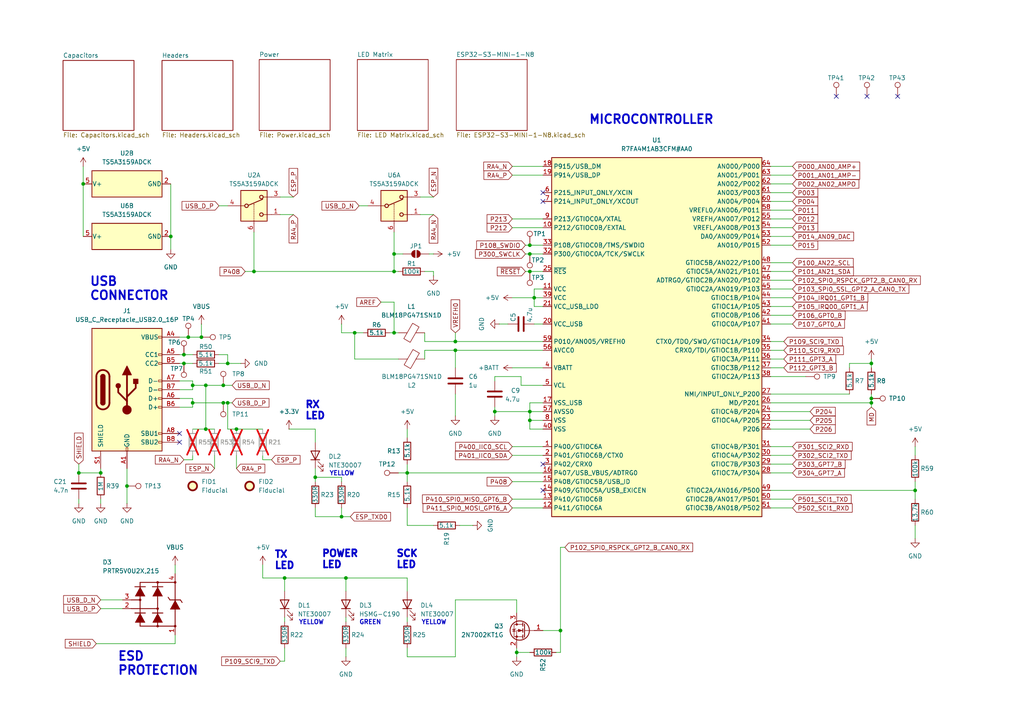
<source format=kicad_sch>
(kicad_sch (version 20231120) (generator "eeschema") (generator_version "8.0")
  (paper "A4")
  (title_block (title "Arduino UNO R4 WiFi") (date "2024-05-14") (rev "1") (company "Carlos Sabogal"))
  (junction (at 143.51 119.38))
  (junction (at 53.34 105.41))
  (junction (at 154.94 86.36))
  (junction (at 265.43 142.24))
  (junction (at 132.08 99.06))
  (junction (at 22.86 137.16))
  (junction (at 91.44 138.43))
  (junction (at 55.88 116.84))
  (junction (at 24.13 53.34))
  (junction (at 58.42 97.79))
  (junction (at 53.34 102.87))
  (junction (at 153.67 121.92))
  (junction (at 99.06 149.86))
  (junction (at 153.67 78.74))
  (junction (at 153.67 73.66))
  (junction (at 118.11 137.16))
  (junction (at 59.69 111.76))
  (junction (at 73.66 78.74))
  (junction (at 252.73 116.84))
  (junction (at 68.58 124.46))
  (junction (at 59.69 124.46))
  (junction (at 149.86 189.23))
  (junction (at 100.33 167.64))
  (junction (at 64.77 111.76))
  (junction (at 153.67 119.38))
  (junction (at 162.56 182.88))
  (junction (at 55.88 111.76))
  (junction (at 252.73 115.57))
  (junction (at 54.61 97.79))
  (junction (at 49.53 68.58))
  (junction (at 153.67 71.12))
  (junction (at 64.77 116.84))
  (junction (at 252.73 105.41))
  (junction (at 29.21 137.16))
  (junction (at 36.83 140.97))
  (junction (at 66.04 105.41))
  (junction (at 114.3 78.74))
  (junction (at 132.08 101.6))
  (junction (at 114.3 96.52))
  (junction (at 102.87 96.52))
  (junction (at 82.55 167.64))
  (junction (at 66.04 116.84))
  (junction (at 114.3 73.66))
  (no_connect (at 260.35 27.94))
  (no_connect (at 157.48 58.42))
  (no_connect (at 52.07 125.73))
  (no_connect (at 52.07 128.27))
  (no_connect (at 242.57 27.94))
  (no_connect (at 157.48 55.88))
  (no_connect (at 157.48 142.24))
  (no_connect (at 157.48 134.62))
  (no_connect (at 251.46 27.94))
  (wire (pts (xy 143.51 120.65) (xy 143.51 119.38)))
  (wire (pts (xy 123.19 96.52) (xy 123.19 99.06)))
  (wire (pts (xy 68.58 135.89) (xy 68.58 132.08)))
  (wire (pts (xy 223.52 86.36) (xy 229.87 86.36)))
  (wire (pts (xy 55.88 118.11) (xy 52.07 118.11)))
  (wire (pts (xy 73.66 78.74) (xy 114.3 78.74)))
  (wire (pts (xy 252.73 104.14) (xy 252.73 105.41)))
  (wire (pts (xy 223.52 129.54) (xy 229.87 129.54)))
  (wire (pts (xy 99.06 139.7) (xy 99.06 138.43)))
  (wire (pts (xy 118.11 152.4) (xy 118.11 147.32)))
  (wire (pts (xy 118.11 171.45) (xy 118.11 167.64)))
  (wire (pts (xy 29.21 146.05) (xy 29.21 144.78)))
  (wire (pts (xy 123.19 99.06) (xy 132.08 99.06)))
  (wire (pts (xy 54.61 97.79) (xy 52.07 97.79)))
  (wire (pts (xy 123.19 101.6) (xy 123.19 104.14)))
  (wire (pts (xy 49.53 68.58) (xy 49.53 72.39)))
  (wire (pts (xy 157.48 86.36) (xy 154.94 86.36)))
  (wire (pts (xy 227.33 99.06) (xy 223.52 99.06)))
  (wire (pts (xy 223.52 93.98) (xy 229.87 93.98)))
  (wire (pts (xy 91.44 124.46) (xy 91.44 128.27)))
  (wire (pts (xy 223.52 63.5) (xy 229.87 63.5)))
  (wire (pts (xy 157.48 147.32) (xy 148.59 147.32)))
  (wire (pts (xy 265.43 142.24) (xy 265.43 144.78)))
  (wire (pts (xy 85.09 57.15) (xy 81.28 57.15)))
  (wire (pts (xy 100.33 167.64) (xy 100.33 171.45)))
  (wire (pts (xy 55.88 115.57) (xy 55.88 116.84)))
  (wire (pts (xy 99.06 138.43) (xy 91.44 138.43)))
  (wire (pts (xy 27.94 186.69) (xy 50.8 186.69)))
  (wire (pts (xy 157.48 66.04) (xy 148.59 66.04)))
  (wire (pts (xy 153.67 78.74) (xy 157.48 78.74)))
  (wire (pts (xy 91.44 138.43) (xy 91.44 135.89)))
  (wire (pts (xy 223.52 68.58) (xy 229.87 68.58)))
  (wire (pts (xy 132.08 99.06) (xy 157.48 99.06)))
  (wire (pts (xy 223.52 132.08) (xy 229.87 132.08)))
  (wire (pts (xy 148.59 50.8) (xy 157.48 50.8)))
  (wire (pts (xy 223.52 88.9) (xy 229.87 88.9)))
  (wire (pts (xy 157.48 88.9) (xy 154.94 88.9)))
  (wire (pts (xy 153.67 121.92) (xy 153.67 119.38)))
  (wire (pts (xy 82.55 167.64) (xy 82.55 171.45)))
  (wire (pts (xy 223.52 134.62) (xy 229.87 134.62)))
  (wire (pts (xy 157.48 63.5) (xy 148.59 63.5)))
  (wire (pts (xy 223.52 53.34) (xy 229.87 53.34)))
  (wire (pts (xy 91.44 139.7) (xy 91.44 138.43)))
  (wire (pts (xy 29.21 176.53) (xy 35.56 176.53)))
  (wire (pts (xy 64.77 116.84) (xy 66.04 116.84)))
  (wire (pts (xy 55.88 132.08) (xy 55.88 133.35)))
  (wire (pts (xy 115.57 137.16) (xy 118.11 137.16)))
  (wire (pts (xy 223.52 142.24) (xy 265.43 142.24)))
  (wire (pts (xy 154.94 88.9) (xy 154.94 86.36)))
  (wire (pts (xy 114.3 67.31) (xy 114.3 73.66)))
  (wire (pts (xy 223.52 71.12) (xy 229.87 71.12)))
  (wire (pts (xy 233.68 109.22) (xy 223.52 109.22)))
  (wire (pts (xy 149.86 177.8) (xy 149.86 173.99)))
  (wire (pts (xy 101.6 149.86) (xy 99.06 149.86)))
  (wire (pts (xy 265.43 152.4) (xy 265.43 156.21)))
  (wire (pts (xy 157.48 144.78) (xy 148.59 144.78)))
  (wire (pts (xy 118.11 187.96) (xy 118.11 190.5)))
  (wire (pts (xy 62.23 132.08) (xy 62.23 135.89)))
  (wire (pts (xy 223.52 83.82) (xy 229.87 83.82)))
  (wire (pts (xy 252.73 118.11) (xy 252.73 116.84)))
  (wire (pts (xy 82.55 191.77) (xy 82.55 187.96)))
  (wire (pts (xy 100.33 167.64) (xy 82.55 167.64)))
  (wire (pts (xy 227.33 106.68) (xy 223.52 106.68)))
  (wire (pts (xy 66.04 116.84) (xy 67.31 116.84)))
  (wire (pts (xy 252.73 114.3) (xy 252.73 115.57)))
  (wire (pts (xy 223.52 76.2) (xy 229.87 76.2)))
  (wire (pts (xy 148.59 106.68) (xy 157.48 106.68)))
  (wire (pts (xy 223.52 55.88) (xy 229.87 55.88)))
  (wire (pts (xy 163.83 158.75) (xy 162.56 158.75)))
  (wire (pts (xy 55.88 110.49) (xy 55.88 111.76)))
  (wire (pts (xy 157.48 111.76) (xy 151.13 111.76)))
  (wire (pts (xy 132.08 96.52) (xy 132.08 99.06)))
  (wire (pts (xy 223.52 124.46) (xy 234.95 124.46)))
  (wire (pts (xy 115.57 104.14) (xy 102.87 104.14)))
  (wire (pts (xy 223.52 116.84) (xy 252.73 116.84)))
  (wire (pts (xy 252.73 105.41) (xy 252.73 106.68)))
  (wire (pts (xy 24.13 48.26) (xy 24.13 53.34)))
  (wire (pts (xy 55.88 116.84) (xy 64.77 116.84)))
  (wire (pts (xy 223.52 78.74) (xy 229.87 78.74)))
  (wire (pts (xy 157.48 132.08) (xy 148.59 132.08)))
  (wire (pts (xy 52.07 110.49) (xy 55.88 110.49)))
  (wire (pts (xy 29.21 137.16) (xy 29.21 135.89)))
  (wire (pts (xy 113.03 96.52) (xy 114.3 96.52)))
  (wire (pts (xy 58.42 93.98) (xy 58.42 97.79)))
  (wire (pts (xy 152.4 73.66) (xy 153.67 73.66)))
  (wire (pts (xy 143.51 119.38) (xy 143.51 118.11)))
  (wire (pts (xy 152.4 71.12) (xy 153.67 71.12)))
  (wire (pts (xy 162.56 189.23) (xy 162.56 182.88)))
  (wire (pts (xy 53.34 105.41) (xy 52.07 105.41)))
  (wire (pts (xy 59.69 124.46) (xy 62.23 124.46)))
  (wire (pts (xy 148.59 48.26) (xy 157.48 48.26)))
  (wire (pts (xy 55.88 113.03) (xy 52.07 113.03)))
  (wire (pts (xy 81.28 191.77) (xy 82.55 191.77)))
  (wire (pts (xy 71.12 78.74) (xy 73.66 78.74)))
  (wire (pts (xy 114.3 87.63) (xy 114.3 96.52)))
  (wire (pts (xy 223.52 119.38) (xy 234.95 119.38)))
  (wire (pts (xy 132.08 120.65) (xy 132.08 114.3)))
  (wire (pts (xy 144.78 93.98) (xy 147.32 93.98)))
  (wire (pts (xy 149.86 173.99) (xy 132.08 173.99)))
  (wire (pts (xy 153.67 124.46) (xy 153.67 121.92)))
  (wire (pts (xy 66.04 105.41) (xy 63.5 105.41)))
  (wire (pts (xy 223.52 144.78) (xy 229.87 144.78)))
  (wire (pts (xy 153.67 116.84) (xy 157.48 116.84)))
  (wire (pts (xy 132.08 106.68) (xy 132.08 101.6)))
  (wire (pts (xy 118.11 137.16) (xy 157.48 137.16)))
  (wire (pts (xy 114.3 78.74) (xy 114.3 73.66)))
  (wire (pts (xy 154.94 93.98) (xy 157.48 93.98)))
  (wire (pts (xy 55.88 111.76) (xy 55.88 113.03)))
  (wire (pts (xy 53.34 102.87) (xy 52.07 102.87)))
  (wire (pts (xy 118.11 137.16) (xy 118.11 139.7)))
  (wire (pts (xy 99.06 96.52) (xy 99.06 93.98)))
  (wire (pts (xy 265.43 139.7) (xy 265.43 142.24)))
  (wire (pts (xy 100.33 190.5) (xy 100.33 187.96)))
  (wire (pts (xy 252.73 105.41) (xy 246.38 105.41)))
  (wire (pts (xy 55.88 111.76) (xy 59.69 111.76)))
  (wire (pts (xy 76.2 124.46) (xy 68.58 124.46)))
  (wire (pts (xy 66.04 59.69) (xy 63.5 59.69)))
  (wire (pts (xy 227.33 104.14) (xy 223.52 104.14)))
  (wire (pts (xy 137.16 152.4) (xy 133.35 152.4)))
  (wire (pts (xy 153.67 73.66) (xy 157.48 73.66)))
  (wire (pts (xy 76.2 163.83) (xy 76.2 167.64)))
  (wire (pts (xy 162.56 158.75) (xy 162.56 182.88)))
  (wire (pts (xy 223.52 60.96) (xy 229.87 60.96)))
  (wire (pts (xy 63.5 102.87) (xy 66.04 102.87)))
  (wire (pts (xy 123.19 78.74) (xy 125.73 78.74)))
  (wire (pts (xy 24.13 53.34) (xy 24.13 68.58)))
  (wire (pts (xy 66.04 124.46) (xy 68.58 124.46)))
  (wire (pts (xy 223.52 114.3) (xy 246.38 114.3)))
  (wire (pts (xy 102.87 96.52) (xy 105.41 96.52)))
  (wire (pts (xy 125.73 57.15) (xy 121.92 57.15)))
  (wire (pts (xy 152.4 78.74) (xy 153.67 78.74)))
  (wire (pts (xy 50.8 163.83) (xy 50.8 166.37)))
  (wire (pts (xy 22.86 134.62) (xy 22.86 137.16)))
  (wire (pts (xy 132.08 190.5) (xy 118.11 190.5)))
  (wire (pts (xy 229.87 147.32) (xy 223.52 147.32)))
  (wire (pts (xy 66.04 102.87) (xy 66.04 105.41)))
  (wire (pts (xy 49.53 53.34) (xy 49.53 68.58)))
  (wire (pts (xy 118.11 152.4) (xy 125.73 152.4)))
  (wire (pts (xy 246.38 105.41) (xy 246.38 106.68)))
  (wire (pts (xy 154.94 86.36) (xy 154.94 83.82)))
  (wire (pts (xy 149.86 190.5) (xy 149.86 189.23)))
  (wire (pts (xy 99.06 149.86) (xy 91.44 149.86)))
  (wire (pts (xy 55.88 102.87) (xy 53.34 102.87)))
  (wire (pts (xy 59.69 111.76) (xy 64.77 111.76)))
  (wire (pts (xy 59.69 111.76) (xy 59.69 124.46)))
  (wire (pts (xy 99.06 96.52) (xy 102.87 96.52)))
  (wire (pts (xy 118.11 124.46) (xy 118.11 127)))
  (wire (pts (xy 132.08 173.99) (xy 132.08 190.5)))
  (wire (pts (xy 73.66 67.31) (xy 73.66 78.74)))
  (wire (pts (xy 118.11 134.62) (xy 118.11 137.16)))
  (wire (pts (xy 115.57 78.74) (xy 114.3 78.74)))
  (wire (pts (xy 125.73 78.74) (xy 125.73 80.01)))
  (wire (pts (xy 157.48 129.54) (xy 148.59 129.54)))
  (wire (pts (xy 116.84 73.66) (xy 114.3 73.66)))
  (wire (pts (xy 157.48 119.38) (xy 153.67 119.38)))
  (wire (pts (xy 118.11 180.34) (xy 118.11 179.07)))
  (wire (pts (xy 50.8 186.69) (xy 50.8 184.15)))
  (wire (pts (xy 22.86 146.05) (xy 22.86 144.78)))
  (wire (pts (xy 53.34 133.35) (xy 55.88 133.35)))
  (wire (pts (xy 154.94 83.82) (xy 157.48 83.82)))
  (wire (pts (xy 157.48 121.92) (xy 153.67 121.92)))
  (wire (pts (xy 114.3 96.52) (xy 115.57 96.52)))
  (wire (pts (xy 123.19 101.6) (xy 132.08 101.6)))
  (wire (pts (xy 76.2 133.35) (xy 76.2 132.08)))
  (wire (pts (xy 83.82 124.46) (xy 91.44 124.46)))
  (wire (pts (xy 143.51 109.22) (xy 143.51 110.49)))
  (wire (pts (xy 223.52 58.42) (xy 229.87 58.42)))
  (wire (pts (xy 151.13 111.76) (xy 151.13 109.22)))
  (wire (pts (xy 99.06 147.32) (xy 99.06 149.86)))
  (wire (pts (xy 55.88 105.41) (xy 53.34 105.41)))
  (wire (pts (xy 29.21 173.99) (xy 35.56 173.99)))
  (wire (pts (xy 104.14 59.69) (xy 106.68 59.69)))
  (wire (pts (xy 157.48 124.46) (xy 153.67 124.46)))
  (wire (pts (xy 55.88 116.84) (xy 55.88 118.11)))
  (wire (pts (xy 118.11 167.64) (xy 100.33 167.64)))
  (wire (pts (xy 36.83 146.05) (xy 36.83 140.97)))
  (wire (pts (xy 132.08 101.6) (xy 157.48 101.6)))
  (wire (pts (xy 52.07 115.57) (xy 55.88 115.57)))
  (wire (pts (xy 125.73 73.66) (xy 124.46 73.66)))
  (wire (pts (xy 91.44 149.86) (xy 91.44 147.32)))
  (wire (pts (xy 227.33 101.6) (xy 223.52 101.6)))
  (wire (pts (xy 36.83 140.97) (xy 36.83 135.89)))
  (wire (pts (xy 125.73 62.23) (xy 121.92 62.23)))
  (wire (pts (xy 223.52 121.92) (xy 234.95 121.92)))
  (wire (pts (xy 153.67 189.23) (xy 149.86 189.23)))
  (wire (pts (xy 223.52 91.44) (xy 229.87 91.44)))
  (wire (pts (xy 85.09 62.23) (xy 81.28 62.23)))
  (wire (pts (xy 153.67 116.84) (xy 153.67 119.38)))
  (wire (pts (xy 223.52 50.8) (xy 229.87 50.8)))
  (wire (pts (xy 100.33 180.34) (xy 100.33 179.07)))
  (wire (pts (xy 162.56 182.88) (xy 157.48 182.88)))
  (wire (pts (xy 143.51 119.38) (xy 153.67 119.38)))
  (wire (pts (xy 64.77 111.76) (xy 67.31 111.76)))
  (wire (pts (xy 148.59 86.36) (xy 154.94 86.36)))
  (wire (pts (xy 22.86 137.16) (xy 29.21 137.16)))
  (wire (pts (xy 78.74 133.35) (xy 76.2 133.35)))
  (wire (pts (xy 223.52 137.16) (xy 229.87 137.16)))
  (wire (pts (xy 149.86 189.23) (xy 149.86 187.96)))
  (wire (pts (xy 66.04 116.84) (xy 66.04 124.46)))
  (wire (pts (xy 58.42 97.79) (xy 54.61 97.79)))
  (wire (pts (xy 55.88 124.46) (xy 59.69 124.46)))
  (wire (pts (xy 102.87 104.14) (xy 102.87 96.52)))
  (wire (pts (xy 151.13 109.22) (xy 143.51 109.22)))
  (wire (pts (xy 82.55 180.34) (xy 82.55 179.07)))
  (wire (pts (xy 223.52 81.28) (xy 229.87 81.28)))
  (wire (pts (xy 69.85 105.41) (xy 66.04 105.41)))
  (wire (pts (xy 157.48 139.7) (xy 148.59 139.7)))
  (wire (pts (xy 223.52 48.26) (xy 229.87 48.26)))
  (wire (pts (xy 110.49 87.63) (xy 114.3 87.63)))
  (wire (pts (xy 76.2 167.64) (xy 82.55 167.64)))
  (wire (pts (xy 223.52 66.04) (xy 229.87 66.04)))
  (wire (pts (xy 153.67 71.12) (xy 157.48 71.12)))
  (wire (pts (xy 265.43 129.54) (xy 265.43 132.08)))
  (wire (pts (xy 252.73 115.57) (xy 252.73 116.84)))
  (wire (pts (xy 161.29 189.23) (xy 162.56 189.23)))
  (text "TX\nLED" (at 79.502 162.56 0) (effects (font (size 2 2) (thickness 0.508) (bold yes)) (justify left)))
  (text "GREEN" (at 104.14 180.594 0) (effects (font (size 1.27 1.27) (thickness 0.254) (bold yes)) (justify left)))
  (text "USB\nCONNECTOR" (at 25.908 83.82 0) (effects (font (size 2.54 2.54) (thickness 0.508) (bold yes)) (justify left)))
  (text "SCK\nLED" (at 114.808 162.306 0) (effects (font (size 2 2) (thickness 0.508) (bold yes)) (justify left)))
  (text "YELLOW" (at 86.614 180.594 0) (effects (font (size 1.27 1.27) (thickness 0.254) (bold yes)) (justify left)))
  (text "YELLOW" (at 95.504 137.414 0) (effects (font (size 1.27 1.27) (thickness 0.254) (bold yes)) (justify left)))
  (text "ESD\nPROTECTION" (at 34.036 192.532 0) (effects (font (size 2.54 2.54) (thickness 0.508) (bold yes)) (justify left)))
  (text "POWER\nLED" (at 93.218 162.306 0) (effects (font (size 2 2) (thickness 0.508) (bold yes)) (justify left)))
  (text "RX\nLED" (at 88.392 119.126 0) (effects (font (size 2 2) (thickness 0.508) (bold yes)) (justify left)))
  (text "MICROCONTROLLER" (at 170.688 34.798 0) (effects (font (size 2.54 2.54) (thickness 0.508) (bold yes)) (justify left)))
  (text "YELLOW" (at 122.174 180.594 0) (effects (font (size 1.27 1.27) (thickness 0.254) (bold yes)) (justify left)))
  (global_label "P302_SCI2_TXD" (shape input) (at 229.87 132.08 0) (property "Intersheetrefs" "${INTERSHEET_REFS}" (effects (hide yes))))
  (global_label "P303_GPT7_B" (shape input) (at 229.87 134.62 0) (property "Intersheetrefs" "${INTERSHEET_REFS}" (effects (hide yes))))
  (global_label "P109_SCI9_TXD" (shape input) (at 227.33 99.06 0) (property "Intersheetrefs" "${INTERSHEET_REFS}" (effects (hide yes))))
  (global_label "P103_SPI0_SSL_GPT2_A_CAN0_TX" (shape input) (at 229.87 83.82 0) (property "Intersheetrefs" "${INTERSHEET_REFS}" (effects (hide yes))))
  (global_label "P102_SPI0_RSPCK_GPT2_B_CAN0_RX" (shape input) (at 163.83 158.75 0) (property "Intersheetrefs" "${INTERSHEET_REFS}" (effects (hide yes))))
  (global_label "P410_SPI0_MISO_GPT6_B" (shape input) (at 148.59 144.78 180) (property "Intersheetrefs" "${INTERSHEET_REFS}" (effects (hide yes))))
  (global_label "P105_IRQ00_GPT1_A" (shape input) (at 229.87 88.9 0) (property "Intersheetrefs" "${INTERSHEET_REFS}" (effects (hide yes))))
  (global_label "P000_AN00_AMP+" (shape input) (at 229.87 48.26 0) (property "Intersheetrefs" "${INTERSHEET_REFS}" (effects (hide yes))))
  (global_label "RA4_P" (shape input) (at 148.59 50.8 180) (property "Intersheetrefs" "${INTERSHEET_REFS}" (effects (hide yes))))
  (global_label "P408" (shape input) (at 71.12 78.74 180) (property "Intersheetrefs" "${INTERSHEET_REFS}" (effects (hide yes))))
  (global_label "P204" (shape input) (at 234.95 119.38 0) (property "Intersheetrefs" "${INTERSHEET_REFS}" (effects (hide yes))))
  (global_label "P111_GPT3_A" (shape input) (at 227.33 104.14 0) (property "Intersheetrefs" "${INTERSHEET_REFS}" (effects (hide yes))))
  (global_label "ESP_N" (shape input) (at 62.23 135.89 180) (property "Intersheetrefs" "${INTERSHEET_REFS}" (effects (hide yes))))
  (global_label "USB_D_P" (shape input) (at 67.31 116.84 0) (property "Intersheetrefs" "${INTERSHEET_REFS}" (effects (hide yes))))
  (global_label "P104_IRQ01_GPT1_B" (shape input) (at 229.87 86.36 0) (property "Intersheetrefs" "${INTERSHEET_REFS}" (effects (hide yes))))
  (global_label "ESP_P" (shape input) (at 78.74 133.35 0) (property "Intersheetrefs" "${INTERSHEET_REFS}" (effects (hide yes))))
  (global_label "USB_D_P" (shape input) (at 63.5 59.69 180) (property "Intersheetrefs" "${INTERSHEET_REFS}" (effects (hide yes))))
  (global_label "P501_SCI1_TXD" (shape input) (at 229.87 144.78 0) (property "Intersheetrefs" "${INTERSHEET_REFS}" (effects (hide yes))))
  (global_label "P107_GPT0_A" (shape input) (at 229.87 93.98 0) (property "Intersheetrefs" "${INTERSHEET_REFS}" (effects (hide yes))))
  (global_label "P003" (shape input) (at 229.87 55.88 0) (property "Intersheetrefs" "${INTERSHEET_REFS}" (effects (hide yes))))
  (global_label "SHIELD" (shape input) (at 27.94 186.69 180) (property "Intersheetrefs" "${INTERSHEET_REFS}" (effects (hide yes))))
  (global_label "RA4_N" (shape input) (at 125.73 62.23 270) (property "Intersheetrefs" "${INTERSHEET_REFS}" (effects (hide yes))))
  (global_label "RA4_N" (shape input) (at 53.34 133.35 180) (property "Intersheetrefs" "${INTERSHEET_REFS}" (effects (hide yes))))
  (global_label "P011" (shape input) (at 229.87 60.96 0) (property "Intersheetrefs" "${INTERSHEET_REFS}" (effects (hide yes))))
  (global_label "P106_GPT0_B" (shape input) (at 229.87 91.44 0) (property "Intersheetrefs" "${INTERSHEET_REFS}" (effects (hide yes))))
  (global_label "AREF" (shape input) (at 110.49 87.63 180) (property "Intersheetrefs" "${INTERSHEET_REFS}" (effects (hide yes))))
  (global_label "RA4_P" (shape input) (at 68.58 135.89 0) (property "Intersheetrefs" "${INTERSHEET_REFS}" (effects (hide yes))))
  (global_label "P102_SPI0_RSPCK_GPT2_B_CAN0_RX" (shape input) (at 229.87 81.28 0) (property "Intersheetrefs" "${INTERSHEET_REFS}" (effects (hide yes))))
  (global_label "P301_SCI2_RXD" (shape input) (at 229.87 129.54 0) (property "Intersheetrefs" "${INTERSHEET_REFS}" (effects (hide yes))))
  (global_label "P304_GPT7_A" (shape input) (at 229.87 137.16 0) (property "Intersheetrefs" "${INTERSHEET_REFS}" (effects (hide yes))))
  (global_label "P206" (shape input) (at 234.95 124.46 0) (property "Intersheetrefs" "${INTERSHEET_REFS}" (effects (hide yes))))
  (global_label "P101_AN21_SDA" (shape input) (at 229.87 78.74 0) (property "Intersheetrefs" "${INTERSHEET_REFS}" (effects (hide yes))))
  (global_label "USB_D_N" (shape input) (at 67.31 111.76 0) (property "Intersheetrefs" "${INTERSHEET_REFS}" (effects (hide yes))))
  (global_label "P004" (shape input) (at 229.87 58.42 0) (property "Intersheetrefs" "${INTERSHEET_REFS}" (effects (hide yes))))
  (global_label "SHIELD" (shape input) (at 22.86 134.62 90) (property "Intersheetrefs" "${INTERSHEET_REFS}" (effects (hide yes))))
  (global_label "P100_AN22_SCL" (shape input) (at 229.87 76.2 0) (property "Intersheetrefs" "${INTERSHEET_REFS}" (effects (hide yes))))
  (global_label "ESP_N" (shape input) (at 125.73 57.15 90) (property "Intersheetrefs" "${INTERSHEET_REFS}" (effects (hide yes))))
  (global_label "RA4_N" (shape input) (at 148.59 48.26 180) (property "Intersheetrefs" "${INTERSHEET_REFS}" (effects (hide yes))))
  (global_label "ESP_TXD0" (shape input) (at 101.6 149.86 0) (property "Intersheetrefs" "${INTERSHEET_REFS}" (effects (hide yes))))
  (global_label "P411_SPI0_MOSI_GPT6_A" (shape input) (at 148.59 147.32 180) (property "Intersheetrefs" "${INTERSHEET_REFS}" (effects (hide yes))))
  (global_label "P205" (shape input) (at 234.95 121.92 0) (property "Intersheetrefs" "${INTERSHEET_REFS}" (effects (hide yes))))
  (global_label "MD" (shape input) (at 252.73 118.11 270) (property "Intersheetrefs" "${INTERSHEET_REFS}" (effects (hide yes))))
  (global_label "P001_AN01_AMP-" (shape input) (at 229.87 50.8 0) (property "Intersheetrefs" "${INTERSHEET_REFS}" (effects (hide yes))))
  (global_label "USB_D_P" (shape input) (at 29.21 176.53 180) (property "Intersheetrefs" "${INTERSHEET_REFS}" (effects (hide yes))))
  (global_label "~{RESET}" (shape input) (at 152.4 78.74 180) (property "Intersheetrefs" "${INTERSHEET_REFS}" (effects (hide yes))))
  (global_label "P401_IIC0_SDA" (shape input) (at 148.59 132.08 180) (property "Intersheetrefs" "${INTERSHEET_REFS}" (effects (hide yes))))
  (global_label "P502_SCI1_RXD" (shape input) (at 229.87 147.32 0) (property "Intersheetrefs" "${INTERSHEET_REFS}" (effects (hide yes))))
  (global_label "P109_SCI9_TXD" (shape input) (at 81.28 191.77 180) (property "Intersheetrefs" "${INTERSHEET_REFS}" (effects (hide yes))))
  (global_label "P112_GPT3_B" (shape input) (at 227.33 106.68 0) (property "Intersheetrefs" "${INTERSHEET_REFS}" (effects (hide yes))))
  (global_label "P400_IIC0_SCL" (shape input) (at 148.59 129.54 180) (property "Intersheetrefs" "${INTERSHEET_REFS}" (effects (hide yes))))
  (global_label "P013" (shape input) (at 229.87 66.04 0) (property "Intersheetrefs" "${INTERSHEET_REFS}" (effects (hide yes))))
  (global_label "P012" (shape input) (at 229.87 63.5 0) (property "Intersheetrefs" "${INTERSHEET_REFS}" (effects (hide yes))))
  (global_label "P212" (shape input) (at 148.59 66.04 180) (property "Intersheetrefs" "${INTERSHEET_REFS}" (effects (hide yes))))
  (global_label "P213" (shape input) (at 148.59 63.5 180) (property "Intersheetrefs" "${INTERSHEET_REFS}" (effects (hide yes))))
  (global_label "USB_D_N" (shape input) (at 29.21 173.99 180) (property "Intersheetrefs" "${INTERSHEET_REFS}" (effects (hide yes))))
  (global_label "P108_SWDIO" (shape input) (at 152.4 71.12 180) (property "Intersheetrefs" "${INTERSHEET_REFS}" (effects (hide yes))))
  (global_label "P408" (shape input) (at 148.59 139.7 180) (property "Intersheetrefs" "${INTERSHEET_REFS}" (effects (hide yes))))
  (global_label "P014_AN09_DAC" (shape input) (at 229.87 68.58 0) (property "Intersheetrefs" "${INTERSHEET_REFS}" (effects (hide yes))))
  (global_label "P015" (shape input) (at 229.87 71.12 0) (property "Intersheetrefs" "${INTERSHEET_REFS}" (effects (hide yes))))
  (global_label "P110_SCI9_RXD" (shape input) (at 227.33 101.6 0) (property "Intersheetrefs" "${INTERSHEET_REFS}" (effects (hide yes))))
  (global_label "P002_AN02_AMPO" (shape input) (at 229.87 53.34 0) (property "Intersheetrefs" "${INTERSHEET_REFS}" (effects (hide yes))))
  (global_label "P300_SWCLK" (shape input) (at 152.4 73.66 180) (property "Intersheetrefs" "${INTERSHEET_REFS}" (effects (hide yes))))
  (global_label "USB_D_N" (shape input) (at 104.14 59.69 180) (property "Intersheetrefs" "${INTERSHEET_REFS}" (effects (hide yes))))
  (global_label "VREFH0" (shape input) (at 132.08 96.52 90) (property "Intersheetrefs" "${INTERSHEET_REFS}" (effects (hide yes))))
  (global_label "ESP_P" (shape input) (at 85.09 57.15 90) (property "Intersheetrefs" "${INTERSHEET_REFS}" (effects (hide yes))))
  (global_label "RA4_P" (shape input) (at 85.09 62.23 270) (property "Intersheetrefs" "${INTERSHEET_REFS}" (effects (hide yes))))
  (symbol (lib_id "Connector:TestPoint") (at 153.67 73.66 180) (unit 1)
    (property "Reference" "TP2" (at 154.178 75.438 0) (effects (justify right)))
    (property "Value" "TestPoint" (effects (hide yes)))
    (property "Footprint" "Arduino UNO R4 WiFi:TestPoint_Pad_D0.8mm" (effects (hide yes)))
    (property "Description" "test point" (effects (hide yes)))
  )
  (symbol (lib_id "power:GND") (at 144.78 93.98 270) (unit 1)
    (property "Reference" "#PWR021" (effects (hide yes)))
    (property "Value" "GND" (at 139.7 93.98 0))
    (property "Description" "Power symbol creates a global label with name \"GND\" , ground" (effects (hide yes)))
  )
  (symbol (lib_id "Analog_Switch:TS5A3159ADCK") (at 36.83 53.34 90) (unit 2)
    (property "Reference" "U2" (at 36.83 44.45 90))
    (property "Value" "TS5A3159ADCK" (at 36.83 46.99 90))
    (property "Footprint" "Package_TO_SOT_SMD:SOT-363_SC-70-6" (effects (hide yes)))
    (property "Datasheet" "http://www.ti.com/lit/ds/symlink/ts5a3159a.pdf" (effects (hide yes)))
    (property "Description" "Single SPDT Analog Switch, 1.65-V to 5.5-V Single-Supply Operation, 1Ohm Ron, SC-70-6" (effects (hide yes)))
  )
  (symbol (lib_id "Device:R") (at 119.38 78.74 90) (unit 1)
    (property "Reference" "R1" (at 119.38 76.454 90))
    (property "Value" "100k" (at 119.38 78.74 90))
    (property "Footprint" "Resistor_SMD:R_0402_1005Metric" (effects (hide yes)))
    (property "Description" "Resistor" (effects (hide yes)))
  )
  (symbol (lib_id "Device:R") (at 252.73 110.49 0) (unit 1)
    (property "Reference" "R8" (at 254.254 110.49 0) (effects (justify left)))
    (property "Value" "5.1k" (at 252.73 112.522 90) (effects (justify left)))
    (property "Footprint" "Resistor_SMD:R_0402_1005Metric" (effects (hide yes)))
    (property "Description" "Resistor" (effects (hide yes)))
  )
  (symbol (lib_id "Connector:TestPoint") (at 58.42 97.79 270) (unit 1)
    (property "Reference" "TP5" (at 63.5 97.7899 90) (effects (justify left)))
    (property "Value" "TestPoint" (effects (hide yes)))
    (property "Footprint" "TestPoint:TestPoint_Pad_D1.0mm" (effects (hide yes)))
    (property "Description" "test point" (effects (hide yes)))
  )
  (symbol (lib_id "Device:R") (at 62.23 128.27 0) (unit 1) (dnp yes)
    (property "Reference" "R53" (at 63.754 128.27 0) (effects (justify left)))
    (property "Value" "0R" (at 62.23 129.54 90) (effects (justify left)))
    (property "Footprint" "Resistor_SMD:R_0402_1005Metric" (effects (hide yes)))
    (property "Description" "Resistor" (effects (hide yes)))
  )
  (symbol (lib_id "Device:LED") (at 100.33 175.26 90) (unit 1)
    (property "Reference" "DL3" (at 104.14 175.5774 90) (effects (justify right)))
    (property "Value" "HSMG-C190" (at 104.14 178.1174 90) (effects (justify right)))
    (property "Footprint" "LED_SMD:LED_0603_1608Metric" (effects (hide yes)))
    (property "Description" "Light emitting diode" (effects (hide yes)))
  )
  (symbol (lib_id "Connector:TestPoint") (at 64.77 111.76 0) (unit 1)
    (property "Reference" "TP8" (at 67.31 108.4579 0) (effects (justify left)))
    (property "Value" "TestPoint" (effects (hide yes)))
    (property "Footprint" "TestPoint:TestPoint_Pad_D1.0mm" (effects (hide yes)))
    (property "Description" "test point" (effects (hide yes)))
  )
  (symbol (lib_id "Device:R") (at 129.54 152.4 90) (unit 1)
    (property "Reference" "R19" (at 129.54 158.242 0) (effects (justify left)))
    (property "Value" "5.1k" (at 131.572 152.4 90) (effects (justify left)))
    (property "Footprint" "Resistor_SMD:R_0402_1005Metric" (effects (hide yes)))
    (property "Description" "Resistor" (effects (hide yes)))
  )
  (symbol (lib_id "Device:LED") (at 82.55 175.26 90) (unit 1)
    (property "Reference" "DL1" (at 86.36 175.5774 90) (effects (justify right)))
    (property "Value" "NTE30007" (at 86.36 178.1174 90) (effects (justify right)))
    (property "Footprint" "LED_SMD:LED_0603_1608Metric" (effects (hide yes)))
    (property "Description" "Light emitting diode" (effects (hide yes)))
  )
  (symbol (lib_id "power:+BATT") (at 148.59 106.68 90) (unit 1)
    (property "Reference" "#PWR014" (effects (hide yes)))
    (property "Value" "+BATT" (at 144.78 106.6799 90) (effects (justify left)))
    (property "Description" "Power symbol creates a global label with name \"+BATT\"" (effects (hide yes)))
  )
  (symbol (lib_id "Device:C") (at 132.08 110.49 0) (unit 1)
    (property "Reference" "C6" (at 135.89 109.2199 0) (effects (justify left)))
    (property "Value" "1u" (at 135.89 111.7599 0) (effects (justify left)))
    (property "Footprint" "Capacitor_SMD:C_0402_1005Metric" (effects (hide yes)))
    (property "Description" "Unpolarized capacitor" (effects (hide yes)))
  )
  (symbol (lib_id "Device:R") (at 118.11 130.81 0) (unit 1)
    (property "Reference" "R13" (at 112.268 130.81 0) (effects (justify left)))
    (property "Value" "5.1k" (at 118.11 132.842 90) (effects (justify left)))
    (property "Footprint" "Resistor_SMD:R_0402_1005Metric" (effects (hide yes)))
    (property "Description" "Resistor" (effects (hide yes)))
  )
  (symbol (lib_id "power:+5V") (at 265.43 129.54 0) (unit 1)
    (property "Reference" "#PWR025" (effects (hide yes)))
    (property "Value" "+5V" (at 265.43 124.46 0))
    (property "Description" "Power symbol creates a global label with name \"+5V\"" (effects (hide yes)))
  )
  (symbol (lib_id "Connector:TestPoint") (at 233.68 109.22 270) (unit 1)
    (property "Reference" "TP9" (at 238.76 109.2199 90) (effects (justify left)))
    (property "Value" "TestPoint" (effects (hide yes)))
    (property "Footprint" "Arduino UNO R4 WiFi:TestPoint_P113" (effects (hide yes)))
    (property "Description" "test point" (effects (hide yes)))
  )
  (symbol (lib_id "power:+5V") (at 252.73 104.14 0) (unit 1)
    (property "Reference" "#PWR024" (effects (hide yes)))
    (property "Value" "+5V" (at 252.73 99.06 0))
    (property "Description" "Power symbol creates a global label with name \"+5V\"" (effects (hide yes)))
  )
  (symbol (lib_id "Mechanical:Fiducial") (at 55.88 140.97 0) (unit 1) (exclude_from_sim yes) (in_bom no)
    (property "Reference" "FID1" (at 58.42 139.6999 0) (effects (justify left)))
    (property "Value" "Fiducial" (at 58.42 142.2399 0) (effects (justify left)))
    (property "Footprint" "Fiducial:Fiducial_1mm_Mask2mm" (effects (hide yes)))
    (property "Description" "Fiducial Marker" (effects (hide yes)))
  )
  (symbol (lib_id "Device:R") (at 68.58 128.27 0) (unit 1) (dnp yes)
    (property "Reference" "R54" (at 70.104 128.27 0) (effects (justify left)))
    (property "Value" "0R" (at 68.58 129.54 90) (effects (justify left)))
    (property "Footprint" "Resistor_SMD:R_0402_1005Metric" (effects (hide yes)))
    (property "Description" "Resistor" (effects (hide yes)))
  )
  (symbol (lib_id "Device:R") (at 118.11 184.15 0) (unit 1)
    (property "Reference" "R25" (at 119.634 184.15 0) (effects (justify left)))
    (property "Value" "330R" (at 118.11 186.69 90) (effects (justify left)))
    (property "Footprint" "Resistor_SMD:R_0402_1005Metric" (effects (hide yes)))
    (property "Description" "Resistor" (effects (hide yes)))
  )
  (symbol (lib_id "Device:R") (at 91.44 143.51 0) (unit 1)
    (property "Reference" "R23" (at 92.964 143.51 0) (effects (justify left)))
    (property "Value" "330R" (at 91.44 146.05 90) (effects (justify left)))
    (property "Footprint" "Resistor_SMD:R_0402_1005Metric" (effects (hide yes)))
    (property "Description" "Resistor" (effects (hide yes)))
  )
  (symbol (lib_id "power:GND") (at 149.86 190.5 0) (unit 1)
    (property "Reference" "#PWR042" (effects (hide yes)))
    (property "Value" "GND" (at 149.86 195.58 0))
    (property "Description" "Power symbol creates a global label with name \"GND\" , ground" (effects (hide yes)))
  )
  (symbol (lib_id "power:GND") (at 29.21 146.05 0) (unit 1)
    (property "Reference" "#PWR04" (effects (hide yes)))
    (property "Value" "GND" (at 29.21 151.13 0))
    (property "Description" "Power symbol creates a global label with name \"GND\" , ground" (effects (hide yes)))
  )
  (symbol (lib_id "Device:R") (at 157.48 189.23 90) (unit 1)
    (property "Reference" "R52" (at 157.48 194.818 0) (effects (justify left)))
    (property "Value" "100k" (at 160.02 189.23 90) (effects (justify left)))
    (property "Footprint" "Resistor_SMD:R_0402_1005Metric" (effects (hide yes)))
    (property "Description" "Resistor" (effects (hide yes)))
  )
  (symbol (lib_id "Device:R") (at 82.55 184.15 0) (unit 1)
    (property "Reference" "R22" (at 84.074 184.15 0) (effects (justify left)))
    (property "Value" "330R" (at 82.55 186.69 90) (effects (justify left)))
    (property "Footprint" "Resistor_SMD:R_0402_1005Metric" (effects (hide yes)))
    (property "Description" "Resistor" (effects (hide yes)))
  )
  (symbol (lib_id "Device:R") (at 59.69 102.87 90) (unit 1)
    (property "Reference" "R50" (at 59.69 100.584 90))
    (property "Value" "5.1k" (at 59.69 102.87 90))
    (property "Footprint" "Resistor_SMD:R_0402_1005Metric" (effects (hide yes)))
    (property "Description" "Resistor" (effects (hide yes)))
  )
  (symbol (lib_id "Device:Q_NMOS_GSD") (at 152.4 182.88 0) (mirror y) (unit 1)
    (property "Reference" "Q3" (at 146.05 181.6099 0) (effects (justify left)))
    (property "Value" "2N7002KT1G" (at 146.05 184.1499 0) (effects (justify left)))
    (property "Footprint" "Package_TO_SOT_SMD:SC-59" (effects (hide yes)))
    (property "Description" "N-MOSFET transistor, gate/source/drain" (effects (hide yes)))
  )
  (symbol (lib_id "Device:R") (at 109.22 96.52 90) (unit 1)
    (property "Reference" "R6" (at 109.22 94.234 90))
    (property "Value" "5.1k" (at 109.22 96.52 90))
    (property "Footprint" "Resistor_SMD:R_0402_1005Metric" (effects (hide yes)))
    (property "Description" "Resistor" (effects (hide yes)))
  )
  (symbol (lib_id "power:VBUS") (at 50.8 163.83 0) (unit 1)
    (property "Reference" "#PWR01" (effects (hide yes)))
    (property "Value" "VBUS" (at 50.8 158.75 0))
    (property "Description" "Power symbol creates a global label with name \"VBUS\"" (effects (hide yes)))
  )
  (symbol (lib_id "Device:R") (at 265.43 148.59 0) (unit 1)
    (property "Reference" "R60" (at 266.954 148.59 0) (effects (justify left)))
    (property "Value" "13.7k" (at 265.43 151.384 90) (effects (justify left)))
    (property "Footprint" "Resistor_SMD:R_0402_1005Metric" (effects (hide yes)))
    (property "Description" "Resistor" (effects (hide yes)))
  )
  (symbol (lib_id "Device:FerriteBead") (at 119.38 96.52 90) (unit 1)
    (property "Reference" "L1" (at 119.3292 88.9 90))
    (property "Value" "BLM18PG471SN1D" (at 119.3292 91.44 90))
    (property "Footprint" "Inductor_SMD:L_0603_1608Metric" (effects (hide yes)))
    (property "Description" "Ferrite bead" (effects (hide yes)))
  )
  (symbol (lib_id "power:GND") (at 22.86 146.05 0) (unit 1)
    (property "Reference" "#PWR03" (effects (hide yes)))
    (property "Value" "GND" (at 22.86 151.13 0))
    (property "Description" "Power symbol creates a global label with name \"GND\" , ground" (effects (hide yes)))
  )
  (symbol (lib_id "Connector:USB_C_Receptacle_USB2.0_16P") (at 36.83 113.03 0) (unit 1)
    (property "Reference" "J1" (at 36.83 90.17 0))
    (property "Value" "USB_C_Receptacle_USB2.0_16P" (at 36.83 92.71 0))
    (property "Footprint" "Connector_USB:USB_C_Receptacle_GCT_USB4105-xx-A_16P_TopMnt_Horizontal" (effects (hide yes)))
    (property "Datasheet" "https://www.usb.org/sites/default/files/documents/usb_type-c.zip" (effects (hide yes)))
    (property "Description" "USB 2.0-only 16P Type-C Receptacle connector" (effects (hide yes)))
  )
  (symbol (lib_id "Jumper:SolderJumper_2_Open") (at 120.65 73.66 0) (unit 1) (exclude_from_sim yes) (in_bom no)
    (property "Reference" "JP1" (at 120.65 71.374 0))
    (property "Value" "SolderJumper_2_Open" (effects (hide yes)))
    (property "Footprint" "Jumper:SolderJumper-2_P1.3mm_Open_Pad1.0x1.5mm" (effects (hide yes)))
    (property "Description" "Solder Jumper, 2-pole, open" (effects (hide yes)))
  )
  (symbol (lib_id "power:+5V") (at 118.11 124.46 0) (unit 1)
    (property "Reference" "#PWR09" (effects (hide yes)))
    (property "Value" "+5V" (at 118.11 119.38 0))
    (property "Description" "Power symbol creates a global label with name \"+5V\"" (effects (hide yes)))
  )
  (symbol (lib_id "Device:R") (at 76.2 128.27 0) (unit 1) (dnp yes)
    (property "Reference" "R21" (at 77.724 128.27 0) (effects (justify left)))
    (property "Value" "0R" (at 76.2 129.54 90) (effects (justify left)))
    (property "Footprint" "Resistor_SMD:R_0402_1005Metric" (effects (hide yes)))
    (property "Description" "Resistor" (effects (hide yes)))
  )
  (symbol (lib_id "Device:R") (at 100.33 184.15 0) (unit 1)
    (property "Reference" "R24" (at 101.854 184.15 0) (effects (justify left)))
    (property "Value" "330R" (at 100.33 186.69 90) (effects (justify left)))
    (property "Footprint" "Resistor_SMD:R_0402_1005Metric" (effects (hide yes)))
    (property "Description" "Resistor" (effects (hide yes)))
  )
  (symbol (lib_id "Device:R") (at 265.43 135.89 0) (unit 1)
    (property "Reference" "R59" (at 266.954 135.89 0) (effects (justify left)))
    (property "Value" "100k" (at 265.43 138.43 90) (effects (justify left)))
    (property "Footprint" "Resistor_SMD:R_0402_1005Metric" (effects (hide yes)))
    (property "Description" "Resistor" (effects (hide yes)))
  )
  (symbol (lib_id "Device:R") (at 55.88 128.27 0) (unit 1) (dnp yes)
    (property "Reference" "R55" (at 57.404 128.27 0) (effects (justify left)))
    (property "Value" "0R" (at 55.88 129.54 90) (effects (justify left)))
    (property "Footprint" "Resistor_SMD:R_0402_1005Metric" (effects (hide yes)))
    (property "Description" "Resistor" (effects (hide yes)))
  )
  (symbol (lib_id "Device:C") (at 22.86 140.97 0) (unit 1)
    (property "Reference" "C21" (at 15.494 139.7 0) (effects (justify left)))
    (property "Value" "4.7n" (at 15.494 142.24 0) (effects (justify left)))
    (property "Footprint" "Capacitor_SMD:C_0805_2012Metric" (effects (hide yes)))
    (property "Description" "Unpolarized capacitor" (effects (hide yes)))
  )
  (symbol (lib_id "Connector:TestPoint") (at 53.34 102.87 0) (unit 1)
    (property "Reference" "TP6" (at 48.768 99.314 0) (effects (justify left)))
    (property "Value" "TestPoint" (effects (hide yes)))
    (property "Footprint" "Arduino UNO R4 WiFi:TestPoint_Pad_D0.8mm" (effects (hide yes)))
    (property "Description" "test point" (effects (hide yes)))
  )
  (symbol (lib_id "Connector:TestPoint") (at 251.46 27.94 0) (unit 1)
    (property "Reference" "TP42" (at 248.92 22.606 0) (effects (justify left)))
    (property "Value" "TestPoint" (effects (hide yes)))
    (property "Footprint" "TestPoint:TestPoint_Pad_D1.0mm" (effects (hide yes)))
    (property "Description" "test point" (effects (hide yes)))
  )
  (symbol (lib_id "Device:LED") (at 118.11 175.26 90) (unit 1)
    (property "Reference" "DL4" (at 121.92 175.5774 90) (effects (justify right)))
    (property "Value" "NTE30007" (at 121.92 178.1174 90) (effects (justify right)))
    (property "Footprint" "LED_SMD:LED_0603_1608Metric" (effects (hide yes)))
    (property "Description" "Light emitting diode" (effects (hide yes)))
  )
  (symbol (lib_id "Arduino UNO R4 WiFi:PRTR5V0U2X,215") (at 45.72 173.99 0) (unit 1)
    (property "Reference" "D3" (at 29.718 163.068 0) (effects (justify left)))
    (property "Value" "PRTR5V0U2X,215" (at 29.718 165.608 0) (effects (justify left)))
    (property "Footprint" "Package_TO_SOT_SMD:SOT-143" (effects (hide yes)))
  )
  (symbol (lib_id "power:GND") (at 132.08 120.65 0) (unit 1)
    (property "Reference" "#PWR010" (effects (hide yes)))
    (property "Value" "GND" (at 132.08 125.73 0))
    (property "Description" "Power symbol creates a global label with name \"GND\" , ground" (effects (hide yes)))
  )
  (symbol (lib_id "power:GND") (at 100.33 190.5 0) (unit 1)
    (property "Reference" "#PWR038" (effects (hide yes)))
    (property "Value" "GND" (at 100.33 195.58 0))
    (property "Description" "Power symbol creates a global label with name \"GND\" , ground" (effects (hide yes)))
  )
  (symbol (lib_id "power:+3.3V") (at 83.82 124.46 0) (unit 1)
    (property "Reference" "#PWR037" (effects (hide yes)))
    (property "Value" "+3.3V" (at 83.82 119.38 0))
    (property "Description" "Power symbol creates a global label with name \"+3.3V\"" (effects (hide yes)))
  )
  (symbol (lib_id "power:VBUS") (at 58.42 93.98 0) (unit 1)
    (property "Reference" "#PWR02" (effects (hide yes)))
    (property "Value" "VBUS" (at 58.42 88.9 0))
    (property "Description" "Power symbol creates a global label with name \"VBUS\"" (effects (hide yes)))
  )
  (symbol (lib_id "power:+5V") (at 148.59 86.36 90) (unit 1)
    (property "Reference" "#PWR013" (effects (hide yes)))
    (property "Value" "+5V" (at 144.78 86.3599 90) (effects (justify left)))
    (property "Description" "Power symbol creates a global label with name \"+5V\"" (effects (hide yes)))
  )
  (symbol (lib_id "Connector:TestPoint") (at 36.83 140.97 270) (unit 1)
    (property "Reference" "TP13" (at 41.91 140.9699 90) (effects (justify left)))
    (property "Value" "TestPoint" (effects (hide yes)))
    (property "Footprint" "TestPoint:TestPoint_Pad_D1.0mm" (effects (hide yes)))
    (property "Description" "test point" (effects (hide yes)))
  )
  (symbol (lib_id "power:+5V") (at 24.13 48.26 0) (unit 1)
    (property "Reference" "#PWR057" (effects (hide yes)))
    (property "Value" "+5V" (at 24.13 43.18 0))
    (property "Description" "Power symbol creates a global label with name \"+5V\"" (effects (hide yes)))
  )
  (symbol (lib_id "power:GND") (at 49.53 72.39 0) (unit 1)
    (property "Reference" "#PWR056" (effects (hide yes)))
    (property "Value" "GND" (at 49.53 77.47 0))
    (property "Description" "Power symbol creates a global label with name \"GND\" , ground" (effects (hide yes)))
  )
  (symbol (lib_id "Device:R") (at 29.21 140.97 0) (unit 1)
    (property "Reference" "R39" (at 30.734 140.97 0) (effects (justify left)))
    (property "Value" "1M" (at 29.21 142.494 90) (effects (justify left)))
    (property "Footprint" "Resistor_SMD:R_0402_1005Metric" (effects (hide yes)))
    (property "Description" "Resistor" (effects (hide yes)))
  )
  (symbol (lib_id "power:GND") (at 143.51 120.65 0) (unit 1)
    (property "Reference" "#PWR012" (effects (hide yes)))
    (property "Value" "GND" (at 143.51 125.73 0))
    (property "Description" "Power symbol creates a global label with name \"GND\" , ground" (effects (hide yes)))
  )
  (symbol (lib_id "Connector:TestPoint") (at 153.67 71.12 0) (unit 1)
    (property "Reference" "TP1" (at 154.686 67.818 0) (effects (justify left)))
    (property "Value" "TestPoint" (effects (hide yes)))
    (property "Footprint" "Arduino UNO R4 WiFi:TestPoint_Pad_D0.8mm" (effects (hide yes)))
    (property "Description" "test point" (effects (hide yes)))
  )
  (symbol (lib_id "Analog_Switch:TS5A3159ADCK") (at 73.66 59.69 0) (unit 1)
    (property "Reference" "U2" (at 73.66 50.8 0))
    (property "Value" "TS5A3159ADCK" (at 73.66 53.34 0))
    (property "Footprint" "Package_TO_SOT_SMD:SOT-363_SC-70-6" (effects (hide yes)))
    (property "Datasheet" "http://www.ti.com/lit/ds/symlink/ts5a3159a.pdf" (effects (hide yes)))
    (property "Description" "Single SPDT Analog Switch, 1.65-V to 5.5-V Single-Supply Operation, 1Ohm Ron, SC-70-6" (effects (hide yes)))
  )
  (symbol (lib_id "Connector:TestPoint") (at 260.35 27.94 0) (unit 1)
    (property "Reference" "TP43" (at 257.81 22.606 0) (effects (justify left)))
    (property "Value" "TestPoint" (effects (hide yes)))
    (property "Footprint" "TestPoint:TestPoint_Pad_D1.0mm" (effects (hide yes)))
    (property "Description" "test point" (effects (hide yes)))
  )
  (symbol (lib_id "power:+5V") (at 99.06 93.98 0) (unit 1)
    (property "Reference" "#PWR07" (effects (hide yes)))
    (property "Value" "+5V" (at 99.06 88.9 0))
    (property "Description" "Power symbol creates a global label with name \"+5V\"" (effects (hide yes)))
  )
  (symbol (lib_id "Device:R") (at 99.06 143.51 0) (unit 1)
    (property "Reference" "R20" (at 100.584 143.51 0) (effects (justify left)))
    (property "Value" "330R" (at 99.06 146.05 90) (effects (justify left)))
    (property "Footprint" "Resistor_SMD:R_0402_1005Metric" (effects (hide yes)))
    (property "Description" "Resistor" (effects (hide yes)))
  )
  (symbol (lib_id "Analog_Switch:TS5A3159ADCK") (at 36.83 68.58 90) (unit 2)
    (property "Reference" "U6" (at 36.83 59.69 90))
    (property "Value" "TS5A3159ADCK" (at 36.83 62.23 90))
    (property "Footprint" "Package_TO_SOT_SMD:SOT-363_SC-70-6" (effects (hide yes)))
    (property "Datasheet" "http://www.ti.com/lit/ds/symlink/ts5a3159a.pdf" (effects (hide yes)))
    (property "Description" "Single SPDT Analog Switch, 1.65-V to 5.5-V Single-Supply Operation, 1Ohm Ron, SC-70-6" (effects (hide yes)))
  )
  (symbol (lib_id "Analog_Switch:TS5A3159ADCK") (at 114.3 59.69 0) (unit 1)
    (property "Reference" "U6" (at 114.3 50.8 0))
    (property "Value" "TS5A3159ADCK" (at 114.3 53.34 0))
    (property "Footprint" "Package_TO_SOT_SMD:SOT-363_SC-70-6" (effects (hide yes)))
    (property "Datasheet" "http://www.ti.com/lit/ds/symlink/ts5a3159a.pdf" (effects (hide yes)))
    (property "Description" "Single SPDT Analog Switch, 1.65-V to 5.5-V Single-Supply Operation, 1Ohm Ron, SC-70-6" (effects (hide yes)))
  )
  (symbol (lib_id "power:GND") (at 69.85 105.41 90) (unit 1)
    (property "Reference" "#PWR06" (effects (hide yes)))
    (property "Value" "GND" (at 73.66 105.4099 90) (effects (justify right)))
    (property "Description" "Power symbol creates a global label with name \"GND\" , ground" (effects (hide yes)))
  )
  (symbol (lib_id "power:GND") (at 36.83 146.05 0) (unit 1)
    (property "Reference" "#PWR05" (effects (hide yes)))
    (property "Value" "GND" (at 36.83 151.13 0))
    (property "Description" "Power symbol creates a global label with name \"GND\" , ground" (effects (hide yes)))
  )
  (symbol (lib_id "Connector:TestPoint") (at 252.73 115.57 270) (unit 1)
    (property "Reference" "TP10" (at 257.81 115.5699 90) (effects (justify left)))
    (property "Value" "TestPoint" (effects (hide yes)))
    (property "Footprint" "Arduino UNO R4 WiFi:TestPoint_Pad_D0.8mm" (effects (hide yes)))
    (property "Description" "test point" (effects (hide yes)))
  )
  (symbol (lib_id "power:+5V") (at 76.2 163.83 0) (unit 1)
    (property "Reference" "#PWR036" (effects (hide yes)))
    (property "Value" "+5V" (at 76.2 158.75 0))
    (property "Description" "Power symbol creates a global label with name \"+5V\"" (effects (hide yes)))
  )
  (symbol (lib_id "Device:R") (at 118.11 143.51 0) (unit 1)
    (property "Reference" "R15" (at 112.268 143.51 0) (effects (justify left)))
    (property "Value" "5.1k" (at 118.11 145.542 90) (effects (justify left)))
    (property "Footprint" "Resistor_SMD:R_0402_1005Metric" (effects (hide yes)))
    (property "Description" "Resistor" (effects (hide yes)))
  )
  (symbol (lib_id "Connector:TestPoint") (at 115.57 137.16 90) (unit 1)
    (property "Reference" "TP12" (at 112.268 134.62 90))
    (property "Value" "TestPoint" (effects (hide yes)))
    (property "Footprint" "Arduino UNO R4 WiFi:TestPoint_Pad_D0.8mm" (effects (hide yes)))
    (property "Description" "test point" (effects (hide yes)))
  )
  (symbol (lib_id "Device:C") (at 151.13 93.98 270) (unit 1)
    (property "Reference" "C5" (at 148.844 90.678 0) (effects (justify left)))
    (property "Value" "4.7u" (at 153.67 89.154 0) (effects (justify left)))
    (property "Footprint" "Capacitor_SMD:C_0603_1608Metric" (effects (hide yes)))
    (property "Description" "Unpolarized capacitor" (effects (hide yes)))
  )
  (symbol (lib_id "Device:FerriteBead") (at 119.38 104.14 270) (unit 1)
    (property "Reference" "L2" (at 119.4308 111.76 90))
    (property "Value" "BLM18PG471SN1D" (at 119.4308 109.22 90))
    (property "Footprint" "Inductor_SMD:L_0603_1608Metric" (effects (hide yes)))
    (property "Description" "Ferrite bead" (effects (hide yes)))
  )
  (symbol (lib_id "power:+5V") (at 125.73 73.66 270) (unit 1)
    (property "Reference" "#PWR059" (effects (hide yes)))
    (property "Value" "+5V" (at 129.54 73.6599 90) (effects (justify left)))
    (property "Description" "Power symbol creates a global label with name \"+5V\"" (effects (hide yes)))
  )
  (symbol (lib_id "Device:R") (at 246.38 110.49 0) (unit 1)
    (property "Reference" "R7" (at 247.904 110.49 0) (effects (justify left)))
    (property "Value" "5.1k" (at 246.38 112.522 90) (effects (justify left)))
    (property "Footprint" "Resistor_SMD:R_0402_1005Metric" (effects (hide yes)))
    (property "Description" "Resistor" (effects (hide yes)))
  )
  (symbol (lib_id "Device:LED") (at 91.44 132.08 90) (unit 1)
    (property "Reference" "DL2" (at 95.25 132.3974 90) (effects (justify right)))
    (property "Value" "NTE30007" (at 95.25 134.9374 90) (effects (justify right)))
    (property "Footprint" "LED_SMD:LED_0603_1608Metric" (effects (hide yes)))
    (property "Description" "Light emitting diode" (effects (hide yes)))
  )
  (symbol (lib_id "Connector:TestPoint") (at 54.61 97.79 0) (unit 1)
    (property "Reference" "TP4" (at 52.832 92.456 0) (effects (justify left)))
    (property "Value" "TestPoint" (effects (hide yes)))
    (property "Footprint" "Arduino UNO R4 WiFi:TestPoint_Pad_D0.8mm" (effects (hide yes)))
    (property "Description" "test point" (effects (hide yes)))
  )
  (symbol (lib_id "Connector:TestPoint") (at 64.77 116.84 180) (unit 1)
    (property "Reference" "TP11" (at 67.31 120.1419 0) (effects (justify right)))
    (property "Value" "TestPoint" (effects (hide yes)))
    (property "Footprint" "TestPoint:TestPoint_Pad_D1.0mm" (effects (hide yes)))
    (property "Description" "test point" (effects (hide yes)))
  )
  (symbol (lib_id "Mechanical:Fiducial") (at 72.39 140.97 0) (unit 1) (exclude_from_sim yes) (in_bom no)
    (property "Reference" "FID2" (at 74.93 139.6999 0) (effects (justify left)))
    (property "Value" "Fiducial" (at 74.93 142.2399 0) (effects (justify left)))
    (property "Footprint" "Fiducial:Fiducial_1mm_Mask2mm" (effects (hide yes)))
    (property "Description" "Fiducial Marker" (effects (hide yes)))
  )
  (symbol (lib_id "power:GND") (at 137.16 152.4 90) (unit 1)
    (property "Reference" "#PWR011" (effects (hide yes)))
    (property "Value" "GND" (at 142.24 152.4 0))
    (property "Description" "Power symbol creates a global label with name \"GND\" , ground" (effects (hide yes)))
  )
  (symbol (lib_id "power:GND") (at 265.43 156.21 0) (unit 1)
    (property "Reference" "#PWR026" (effects (hide yes)))
    (property "Value" "GND" (at 265.43 161.29 0))
    (property "Description" "Power symbol creates a global label with name \"GND\" , ground" (effects (hide yes)))
  )
  (symbol (lib_id "power:GND") (at 125.73 80.01 0) (unit 1)
    (property "Reference" "#PWR058" (effects (hide yes)))
    (property "Value" "GND" (at 125.73 85.09 0))
    (property "Description" "Power symbol creates a global label with name \"GND\" , ground" (effects (hide yes)))
  )
  (symbol (lib_id "Connector:TestPoint") (at 242.57 27.94 0) (unit 1)
    (property "Reference" "TP41" (at 240.03 22.606 0) (effects (justify left)))
    (property "Value" "TestPoint" (effects (hide yes)))
    (property "Footprint" "TestPoint:TestPoint_Pad_D1.0mm" (effects (hide yes)))
    (property "Description" "test point" (effects (hide yes)))
  )
  (symbol (lib_id "Device:R") (at 59.69 105.41 90) (unit 1)
    (property "Reference" "R51" (at 59.69 107.696 90))
    (property "Value" "5.1k" (at 59.69 105.41 90))
    (property "Footprint" "Resistor_SMD:R_0402_1005Metric" (effects (hide yes)))
    (property "Description" "Resistor" (effects (hide yes)))
  )
  (symbol (lib_id "Connector:TestPoint") (at 53.34 105.41 180) (unit 1)
    (property "Reference" "TP7" (at 53.086 106.934 0) (effects (justify left)))
    (property "Value" "TestPoint" (effects (hide yes)))
    (property "Footprint" "Arduino UNO R4 WiFi:TestPoint_Pad_D0.8mm" (effects (hide yes)))
    (property "Description" "test point" (effects (hide yes)))
  )
  (symbol (lib_id "Arduino UNO R4 WiFi:R7FA4M1AB3CFM#AA0") (at 160.02 149.86 0) (unit 1)
    (property "Reference" "U1" (at 190.5 40.64 0))
    (property "Value" "R7FA4M1AB3CFM#AA0" (at 190.5 43.18 0))
    (property "Footprint" "Package_QFP:LQFP-64_10x10mm_P0.5mm" (effects (hide yes)))
    (property "Datasheet" "https://www.renesas.com/us/en/document/dst/ra4m1-group-datasheet" (effects (hide yes)))
  )
  (symbol (lib_id "Connector:TestPoint") (at 153.67 78.74 180) (unit 1)
    (property "Reference" "TP3" (at 154.178 80.518 0) (effects (justify right)))
    (property "Value" "TestPoint" (effects (hide yes)))
    (property "Footprint" "Arduino UNO R4 WiFi:TestPoint_Pad_D0.8mm" (effects (hide yes)))
    (property "Description" "test point" (effects (hide yes)))
  )
  (symbol (lib_id "Device:C") (at 143.51 114.3 180) (unit 1)
    (property "Reference" "C9" (at 150.876 113.284 0) (effects (justify left)))
    (property "Value" "4.7u" (at 150.876 115.824 0) (effects (justify left)))
    (property "Footprint" "Capacitor_SMD:C_0603_1608Metric" (effects (hide yes)))
    (property "Description" "Unpolarized capacitor" (effects (hide yes)))
  )
  (sheet (at 46.99 17.526) (size 20.574 20.32) (stroke (width 0.1524))
    (property "Sheetname" "Headers" (at 46.99 16.8144 0) (effects (justify left bottom)))
    (property "Sheetfile" "Headers.kicad_sch" (at 46.99 38.4306 0) (effects (justify left top)))
  )
  (sheet (at 75.184 17.272) (size 20.574 20.574) (stroke (width 0.1524))
    (property "Sheetname" "Power" (at 75.184 16.5604 0) (effects (justify left bottom)))
    (property "Sheetfile" "Power.kicad_sch" (at 75.184 38.4306 0) (effects (justify left top)))
  )
  (sheet (at 103.632 17.272) (size 20.574 20.574) (stroke (width 0.1524))
    (property "Sheetname" "LED Matrix" (at 103.632 16.5604 0) (effects (justify left bottom)))
    (property "Sheetfile" "LED Matrix.kicad_sch" (at 103.632 38.4306 0) (effects (justify left top)))
  )
  (sheet (at 18.288 17.526) (size 20.574 20.32) (stroke (width 0.1524))
    (property "Sheetname" "Capacitors" (at 18.288 16.8144 0) (effects (justify left bottom)))
    (property "Sheetfile" "Capacitors.kicad_sch" (at 18.288 38.4306 0) (effects (justify left top)))
  )
  (sheet (at 132.334 17.272) (size 20.574 20.574) (stroke (width 0.1524))
    (property "Sheetname" "ESP32-S3-MINI-1-N8" (at 132.334 16.5604 0) (effects (justify left bottom)))
    (property "Sheetfile" "ESP32-S3-MINI-1-N8.kicad_sch" (at 132.334 38.4306 0) (effects (justify left top)))
  )
)
</source>
